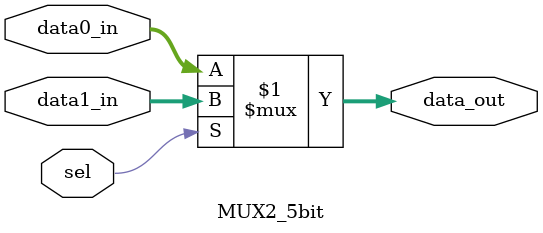
<source format=v>
module MUX2_5bit(data0_in,data1_in,sel,data_out);

input [4:0] data0_in, data1_in;
input sel;
output [4:0] data_out;

assign data_out = (sel) ? data1_in : data0_in;

endmodule

</source>
